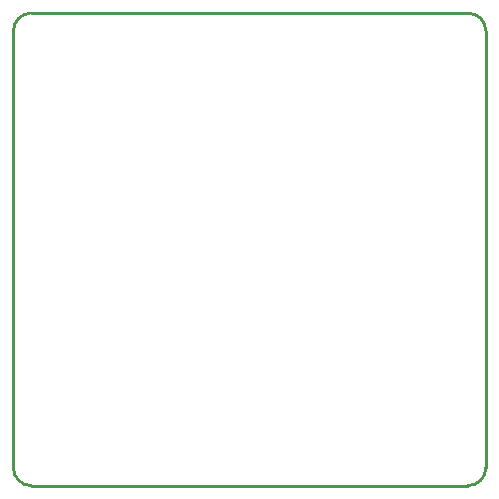
<source format=gko>
G04*
G04 #@! TF.GenerationSoftware,Altium Limited,Altium Designer,22.1.2 (22)*
G04*
G04 Layer_Color=16711935*
%FSLAX25Y25*%
%MOIN*%
G70*
G04*
G04 #@! TF.SameCoordinates,FD0A4506-277C-477F-BB0F-5FCC6128DB8B*
G04*
G04*
G04 #@! TF.FilePolarity,Positive*
G04*
G01*
G75*
%ADD13C,0.01000*%
D13*
X0Y5906D02*
G03*
X5906Y0I5906J0D01*
G01*
X151575Y0D02*
G03*
X157480Y5906I-0J5906D01*
G01*
X157480Y151575D02*
G03*
X151575Y157480I-5906J-0D01*
G01*
X5906D02*
G03*
X0Y151575I0J-5906D01*
G01*
Y5906D02*
Y149606D01*
X5906Y0D02*
X151575D01*
X5906Y157500D02*
X151555D01*
X157500Y5925D02*
Y151555D01*
X0Y149606D02*
Y151575D01*
M02*

</source>
